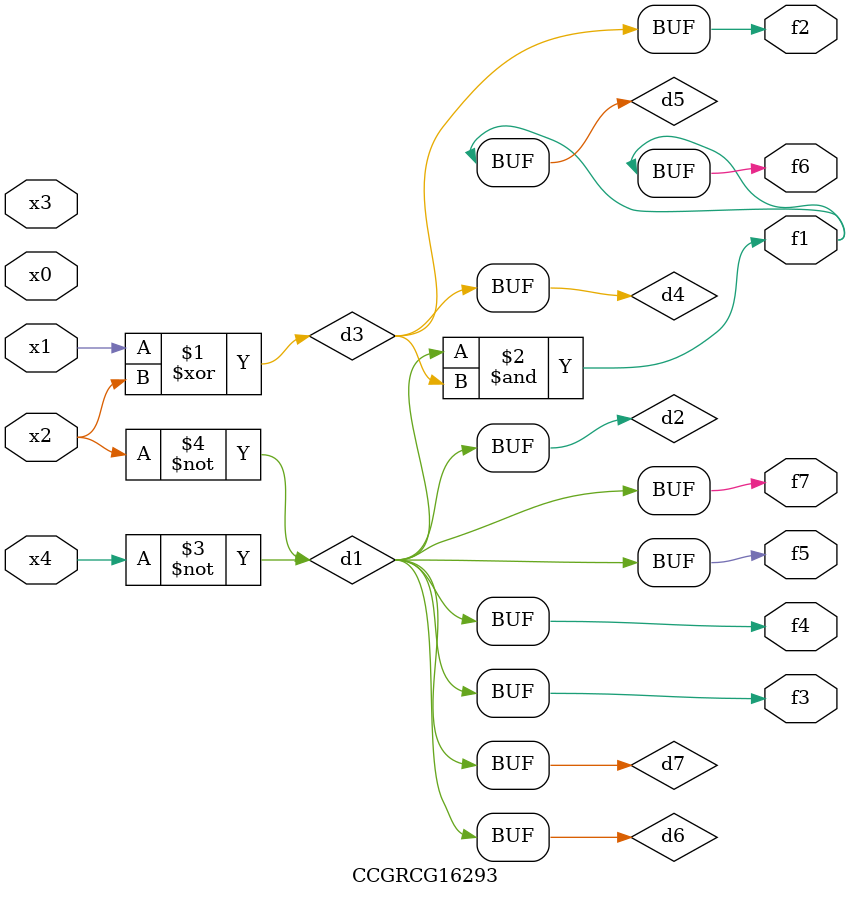
<source format=v>
module CCGRCG16293(
	input x0, x1, x2, x3, x4,
	output f1, f2, f3, f4, f5, f6, f7
);

	wire d1, d2, d3, d4, d5, d6, d7;

	not (d1, x4);
	not (d2, x2);
	xor (d3, x1, x2);
	buf (d4, d3);
	and (d5, d1, d3);
	buf (d6, d1, d2);
	buf (d7, d2);
	assign f1 = d5;
	assign f2 = d4;
	assign f3 = d7;
	assign f4 = d7;
	assign f5 = d7;
	assign f6 = d5;
	assign f7 = d7;
endmodule

</source>
